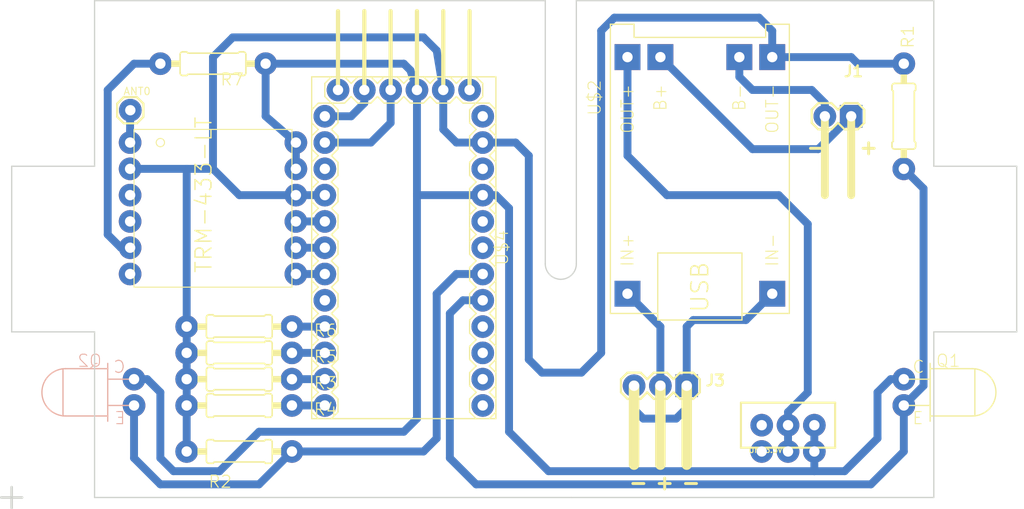
<source format=kicad_pcb>
(kicad_pcb (version 20211014) (generator pcbnew)
  (layers (0 "F.Cu" signal) (1 "In1.Cu" signal) (2 "In2.Cu" signal) (3 "In3.Cu" signal) (4 "In4.Cu" signal) (31 "B.Cu" signal) (34 "B.Paste" user) (35 "F.Paste" user) (36 "B.SilkS" user "B.Silkscreen") (37 "F.SilkS" user "F.Silkscreen") (38 "B.Mask" user) (39 "F.Mask" user) (44 "Edge.Cuts" user))
  (net 0 "")
  (net 1 "GND")
  (net 2 "ANT*")
  (net 3 "3.3V")
  (net 4 "PDN")
  (net 5 "TX")
  (net 6 "DATA")
  (net 7 "N$6")
  (net 8 "N$1")
  (net 9 "N$2")
  (net 10 "N$7")
  (net 11 "VCC")
  (net 12 "N$3")
  (net 13 "N$4")
  (net 14 "N$5")
  (net 15 "N$8")
  (net 16 "N$9")
  (net 17 "RAW")
  (net 18 "N$10")
  (net 19 "N$11")
  (net 20 "N$12")
  (net 21 "N$13")
  (net 22 "N$16")
  (footprint "gate-detector:AXIAL-0207_0.4" (layer "F.Cu") (at 122.50335 124.02635)
    (fp_text reference "R2" (at -3.048 2.921) (layer "F.SilkS") (effects (font (size 1.1557 1.1557) (thickness 0.1143)) (justify left)))
    (fp_text value "2k2")
    (pad "1" thru_hole circle (at -5.08 0) (size 2.1844 2.1844) (drill 1) (layers *.Cu *.Mask) (net 1 "GND"))
    (pad "2" thru_hole circle (at 5.08 0) (size 2.1844 2.1844) (drill 1) (layers *.Cu *.Mask) (net 8 "N$1"))
  )
  (footprint "gate-detector:AXIAL-0207_0.4" (layer "F.Cu") (at 122.50335 111.96135)
    (fp_text reference "R6" (at 7.112 0.381) (layer "F.SilkS") (effects (font (size 1.1557 1.1557) (thickness 0.1143)) (justify left)))
    (fp_text value "2k2")
    (pad "1" thru_hole circle (at -5.08 0) (size 2.1844 2.1844) (drill 1) (layers *.Cu *.Mask) (net 1 "GND"))
    (pad "2" thru_hole circle (at 5.08 0) (size 2.1844 2.1844) (drill 1) (layers *.Cu *.Mask) (net 15 "N$8"))
  )
  (footprint "gate-detector:1X02_RA_PTH_MALE_MILL" (layer "F.Cu") (at 181.55835 91.64135 180)
    (fp_text reference "J1" (at -1.27 4.953 180) (layer "F.SilkS") (effects (font (size 1.0541 1.0541) (thickness 0.2159)) (justify right top)))
    (fp_text value "LiPo Cell")
    (pad "1" thru_hole rect (at 0 0 270) (size 2.1844 2.1844) (drill 1) (layers *.Cu *.Mask) (net 9 "N$2"))
    (pad "2" thru_hole circle (at 2.54 0 270) (size 2.1844 2.1844) (drill 1) (layers *.Cu *.Mask) (net 10 "N$7"))
  )
  (footprint "gate-detector:BATTERY-CHARGER-LI-PROT" (layer "F.Cu") (at 166.95335 96.72135 90)
    (fp_text reference "U$2" (at 5.08 -10.16 90) (layer "F.SilkS") (effects (font (size 1.176528 1.176528) (thickness 0.093472)) (justify left)))
    (fp_text value "BATTERY-CHARGER-LI-PROT")
    (fp_text user "USB" (at -11.43 0 90) (layer "F.SilkS") (effects (font (size 1.63576 1.63576) (thickness 0.14224))))
    (fp_text user "OUT+" (at 8.255 -6.985 90) (layer "F.SilkS") (effects (font (size 1.1684 1.1684) (thickness 0.1016)) (justify right)))
    (fp_text user "B-" (at 8.255 3.81 90) (layer "F.SilkS") (effects (font (size 1.1684 1.1684) (thickness 0.1016)) (justify right)))
    (fp_text user "B+" (at 8.255 -3.81 90) (layer "F.SilkS") (effects (font (size 1.1684 1.1684) (thickness 0.1016)) (justify right)))
    (fp_text user "IN-" (at -9.525 6.985 90) (layer "F.SilkS") (effects (font (size 1.1684 1.1684) (thickness 0.1016)) (justify left)))
    (fp_text user "IN+" (at -9.525 -6.985 90) (layer "F.SilkS") (effects (font (size 1.1684 1.1684) (thickness 0.1016)) (justify left)))
    (fp_text user "OUT-" (at 8.255 6.985 90) (layer "F.SilkS") (effects (font (size 1.1684 1.1684) (thickness 0.1016)) (justify right)))
    (pad "B+" thru_hole rect (at 10.795 -3.81 90) (size 2.5 2.5) (drill 1) (layers *.Cu *.Mask) (net 9 "N$2"))
    (pad "B-" thru_hole rect (at 10.795 3.81 90) (size 2.5 2.5) (drill 1) (layers *.Cu *.Mask) (net 10 "N$7"))
    (pad "IN+" thru_hole rect (at -12.065 -6.985 90) (size 2.5 2.5) (drill 1) (layers *.Cu *.Mask) (net 18 "N$10"))
    (pad "IN-" thru_hole rect (at -12.065 6.985 90) (size 2.5 2.5) (drill 1) (layers *.Cu *.Mask) (net 19 "N$11"))
    (pad "OUT+" thru_hole rect (at 10.795 -6.985 90) (size 2.5 2.5) (drill 1) (layers *.Cu *.Mask) (net 3 "3.3V"))
    (pad "OUT-" thru_hole rect (at 10.795 6.985 90) (size 2.5 2.5) (drill 1) (layers *.Cu *.Mask) (net 1 "GND"))
  )
  (footprint "gate-detector:ARDUINO-PRO-MINI-PROG" (layer "F.Cu") (at 138.37835 100.53135 -90)
    (fp_text reference "U$4" (at 3.81 -10.16 -90) (layer "F.SilkS") (effects (font (size 1.1684 1.1684) (thickness 0.1016)) (justify bottom)))
    (fp_text value "ARDUINO-PRO-MINI-PROG")
    (pad "A0" thru_hole circle (at 8.89 -7.62 270) (size 2.1844 2.1844) (drill 1) (layers *.Cu *.Mask) (net 7 "N$6"))
    (pad "A1" thru_hole circle (at 6.35 -7.62 270) (size 2.1844 2.1844) (drill 1) (layers *.Cu *.Mask) (net 8 "N$1"))
    (pad "A2" thru_hole circle (at 3.81 -7.62 270) (size 2.1844 2.1844) (drill 1) (layers *.Cu *.Mask))
    (pad "A3" thru_hole circle (at 1.27 -7.62 270) (size 2.1844 2.1844) (drill 1) (layers *.Cu *.Mask))
    (pad "D2" thru_hole circle (at 1.27 7.62 270) (size 2.1844 2.1844) (drill 1) (layers *.Cu *.Mask) (net 4 "PDN"))
    (pad "D3" thru_hole circle (at 3.81 7.62 270) (size 2.1844 2.1844) (drill 1) (layers *.Cu *.Mask) (net 5 "TX"))
    (pad "D4" thru_hole circle (at 6.35 7.62 270) (size 2.1844 2.1844) (drill 1) (layers *.Cu *.Mask) (net 6 "DATA"))
    (pad "D5" thru_hole circle (at 8.89 7.62 270) (size 2.1844 2.1844) (drill 1) (layers *.Cu *.Mask))
    (pad "D6" thru_hole circle (at 11.43 7.62 270) (size 2.1844 2.1844) (drill 1) (layers *.Cu *.Mask) (net 15 "N$8"))
    (pad "D7" thru_hole circle (at 13.97 7.62 270) (size 2.1844 2.1844) (drill 1) (layers *.Cu *.Mask) (net 14 "N$5"))
    (pad "D8" thru_hole circle (at 16.51 7.62 270) (size 2.1844 2.1844) (drill 1) (layers *.Cu *.Mask) (net 13 "N$4"))
    (pad "D9" thru_hole circle (at 19.05 7.62 270) (size 2.1844 2.1844) (drill 1) (layers *.Cu *.Mask) (net 12 "N$3"))
    (pad "D10" thru_hole circle (at 19.05 -7.62 270) (size 2.1844 2.1844) (drill 1) (layers *.Cu *.Mask))
    (pad "D11" thru_hole circle (at 16.51 -7.62 270) (size 2.1844 2.1844) (drill 1) (layers *.Cu *.Mask))
    (pad "D12" thru_hole circle (at 13.97 -7.62 270) (size 2.1844 2.1844) (drill 1) (layers *.Cu *.Mask))
    (pad "D13" thru_hole circle (at 11.43 -7.62 270) (size 2.1844 2.1844) (drill 1) (layers *.Cu *.Mask))
    (pad "GND@1" thru_hole circle (at -6.35 -7.62 270) (size 2.1844 2.1844) (drill 1) (layers *.Cu *.Mask) (net 1 "GND"))
    (pad "GND@2" thru_hole circle (at -1.27 7.62 270) (size 2.1844 2.1844) (drill 1) (layers *.Cu *.Mask) (net 1 "GND"))
    (pad "GND@3" thru_hole circle (at -11.43 -3.81 270) (size 2.1844 2.1844) (drill 1) (layers *.Cu *.Mask) (net 1 "GND"))
    (pad "P_CTS" thru_hole circle (at -11.43 -6.35 270) (size 2.1844 2.1844) (drill 1) (layers *.Cu *.Mask))
    (pad "P_DTR" thru_hole circle (at -11.43 6.35 270) (size 2.1844 2.1844) (drill 1) (layers *.Cu *.Mask))
    (pad "RAW" thru_hole circle (at -8.89 -7.62 270) (size 2.1844 2.1844) (drill 1) (layers *.Cu *.Mask) (net 17 "RAW"))
    (pad "RST@1" thru_hole circle (at -3.81 -7.62 270) (size 2.1844 2.1844) (drill 1) (layers *.Cu *.Mask))
    (pad "RST@2" thru_hole circle (at -3.81 7.62 270) (size 2.1844 2.1844) (drill 1) (layers *.Cu *.Mask))
    (pad "RX0@1" thru_hole circle (at -6.35 7.62 270) (size 2.1844 2.1844) (drill 1) (layers *.Cu *.Mask) (net 21 "N$13"))
    (pad "RX1@2" thru_hole circle (at -11.43 1.27 270) (size 2.1844 2.1844) (drill 1) (layers *.Cu *.Mask) (net 21 "N$13"))
    (pad "TX0@2" thru_hole circle (at -11.43 3.81 270) (size 2.1844 2.1844) (drill 1) (layers *.Cu *.Mask) (net 20 "N$12"))
    (pad "TX1@1" thru_hole circle (at -8.89 7.62 270) (size 2.1844 2.1844) (drill 1) (layers *.Cu *.Mask) (net 20 "N$12"))
    (pad "VCC@1" thru_hole circle (at -1.27 -7.62 270) (size 2.1844 2.1844) (drill 1) (layers *.Cu *.Mask) (net 11 "VCC"))
    (pad "VCC@2" thru_hole circle (at -11.43 -1.27 270) (size 2.1844 2.1844) (drill 1) (layers *.Cu *.Mask) (net 11 "VCC"))
  )
  (footprint "gate-detector:1X01" (layer "F.Cu") (at 111.98335 91.05635)
    (fp_text reference "ANT0" (at -0.7112 -1.8288) (layer "F.SilkS") (effects (font (size 0.720872 0.720872) (thickness 0.091928)) (justify left)))
    (fp_text value "M01PTH" hide)
    (pad "1" thru_hole circle (at 0 0 90) (size 2.1844 2.1844) (drill 1) (layers *.Cu *.Mask) (net 2 "ANT*"))
  )
  (footprint "gate-detector:AXIAL-0207_0.4" (layer "F.Cu") (at 122.50335 114.50135)
    (fp_text reference "R5" (at 7.112 0.381) (layer "F.SilkS") (effects (font (size 1.1557 1.1557) (thickness 0.1143)) (justify left)))
    (fp_text value "2k2")
    (pad "1" thru_hole circle (at -5.08 0) (size 2.1844 2.1844) (drill 1) (layers *.Cu *.Mask) (net 1 "GND"))
    (pad "2" thru_hole circle (at 5.08 0) (size 2.1844 2.1844) (drill 1) (layers *.Cu *.Mask) (net 14 "N$5"))
  )
  (footprint "gate-detector:AXIAL-0207_0.4" (layer "F.Cu") (at 119.96335 86.56135 180)
    (fp_text reference "R7" (at -3.048 -1.524) (layer "F.SilkS") (effects (font (size 1.1557 1.1557) (thickness 0.1143)) (justify right)))
    (fp_text value "1M0")
    (pad "1" thru_hole circle (at -5.08 0 180) (size 2.1844 2.1844) (drill 1) (layers *.Cu *.Mask) (net 11 "VCC"))
    (pad "2" thru_hole circle (at 5.08 0 180) (size 2.1844 2.1844) (drill 1) (layers *.Cu *.Mask) (net 16 "N$9"))
  )
  (footprint "gate-detector:1X03_RA_PTH_MILL" (layer "F.Cu") (at 165.68335 117.67635 180)
    (fp_text reference "J3" (at -3.81 0.508) (layer "F.SilkS") (effects (font (size 1.0668 1.0668) (thickness 0.2032)) (justify right)))
    (fp_text value "5V charge")
    (pad "1" thru_hole rect (at 0 0 270) (size 2.1844 2.1844) (drill 1) (layers *.Cu *.Mask) (net 19 "N$11"))
    (pad "2" thru_hole circle (at 2.54 0 270) (size 2.1844 2.1844) (drill 1) (layers *.Cu *.Mask) (net 18 "N$10"))
    (pad "3" thru_hole circle (at 5.08 0 270) (size 2.1844 2.1844) (drill 1) (layers *.Cu *.Mask) (net 19 "N$11"))
  )
  (footprint "gate-detector:PHOTOTRANSISTOR-TO5-SIDE" (layer "F.Cu") (at 186.63835 118.31135)
    (fp_text reference "Q1" (at 3.048 -3.048) (layer "F.SilkS") (effects (font (size 1.176528 1.176528) (thickness 0.093472)) (justify left)))
    (fp_text value "TEPT5600")
    (fp_text user "E" (at 0.762 3.175) (layer "F.SilkS") (effects (font (size 1.1684 1.1684) (thickness 0.1016)) (justify left bottom)))
    (fp_text user "C" (at 0.762 -1.778) (layer "F.SilkS") (effects (font (size 1.1684 1.1684) (thickness 0.1016)) (justify left bottom)))
    (pad "C" thru_hole circle (at 0 -1.27) (size 2.1844 2.1844) (drill 1) (layers *.Cu *.Mask) (net 11 "VCC"))
    (pad "E" thru_hole circle (at 0 1.27) (size 2.1844 2.1844) (drill 1) (layers *.Cu *.Mask) (net 7 "N$6"))
  )
  (footprint "gate-detector:SWITCH_SPDT_PTH_11.6X4.0MM_KIT" (layer "F.Cu") (at 175.46335 121.48635 90)
    (fp_text reference "UNK3.3V0" (at -2.413 0) (layer "F.SilkS") (effects (font (size 0.512064 0.512064) (thickness 0.097536)) (justify right)))
    (fp_text value "")
    (pad "1" thru_hole circle (at 0 -2.54 90) (size 2.1844 2.1844) (drill 1) (layers *.Cu))
    (pad "2" thru_hole circle (at 0 0 90) (size 2.1844 2.1844) (drill 1) (layers *.Cu) (net 3 "3.3V"))
    (pad "3" thru_hole circle (at 0 2.54 90) (size 2.1844 2.1844) (drill 1) (layers *.Cu) (net 11 "VCC"))
  )
  (footprint "gate-detector:AXIAL-0207_0.4" (layer "F.Cu") (at 122.50335 117.04135)
    (fp_text reference "R3" (at 7.112 0.381) (layer "F.SilkS") (effects (font (size 1.1557 1.1557) (thickness 0.1143)) (justify left)))
    (fp_text value "2k2")
    (pad "1" thru_hole circle (at -5.08 0) (size 2.1844 2.1844) (drill 1) (layers *.Cu *.Mask) (net 1 "GND"))
    (pad "2" thru_hole circle (at 5.08 0) (size 2.1844 2.1844) (drill 1) (layers *.Cu *.Mask) (net 13 "N$4"))
  )
  (footprint "gate-detector:AXIAL-0207_0.4" (layer "F.Cu") (at 122.50335 119.58135)
    (fp_text reference "R4" (at 7.112 0.381) (layer "F.SilkS") (effects (font (size 1.1557 1.1557) (thickness 0.1143)) (justify left)))
    (fp_text value "2k2")
    (pad "1" thru_hole circle (at -5.08 0) (size 2.1844 2.1844) (drill 1) (layers *.Cu *.Mask) (net 1 "GND"))
    (pad "2" thru_hole circle (at 5.08 0) (size 2.1844 2.1844) (drill 1) (layers *.Cu *.Mask) (net 12 "N$3"))
  )
  (footprint "gate-detector:AXIAL-0207_0.4" (layer "F.Cu") (at 186.63835 91.64135 -90)
    (fp_text reference "R1" (at -6.477 -0.381 90) (layer "F.SilkS") (effects (font (size 1.1557 1.1557) (thickness 0.1143)) (justify left)))
    (fp_text value "2k2")
    (pad "1" thru_hole circle (at -5.08 0 270) (size 2.1844 2.1844) (drill 1) (layers *.Cu *.Mask) (net 1 "GND"))
    (pad "2" thru_hole circle (at 5.08 0 270) (size 2.1844 2.1844) (drill 1) (layers *.Cu *.Mask) (net 7 "N$6"))
  )
  (footprint "gate-detector:LINX-TRM-433-LT" (layer "F.Cu") (at 119.96335 101.80135)
    (fp_text reference "U$1" hide)
    (fp_text value "TRM-433-LT" hide)
    (fp_text user "TRM-433-LT" (at 0 5.08 90) (layer "F.SilkS") (effects (font (size 1.542288 1.542288) (thickness 0.134112)) (justify left bottom)))
    (pad "ANALOG" thru_hole circle (at -8 5.08) (size 2.1844 2.1844) (drill 1) (layers *.Cu *.Mask))
    (pad "ANT" thru_hole circle (at -8 -7.62) (size 2.1844 2.1844) (drill 1) (layers *.Cu *.Mask) (net 2 "ANT*"))
    (pad "AREF" thru_hole circle (at -8 2.54) (size 2.1844 2.1844) (drill 1) (layers *.Cu *.Mask) (net 16 "N$9"))
    (pad "DATA" thru_hole circle (at 8 5.08) (size 2.1844 2.1844) (drill 1) (layers *.Cu *.Mask) (net 6 "DATA"))
    (pad "GND" thru_hole circle (at -8 -5.08) (size 2.1844 2.1844) (drill 1) (layers *.Cu *.Mask) (net 1 "GND"))
    (pad "GND@1" thru_hole circle (at -8 -2.54) (size 2.1844 2.1844) (drill 1) (layers *.Cu *.Mask))
    (pad "GND@2" thru_hole circle (at 8 -2.54) (size 2.1844 2.1844) (drill 1) (layers *.Cu *.Mask) (net 1 "GND"))
    (pad "LADJ" thru_hole circle (at 8 -7.62) (size 2.1844 2.1844) (drill 1) (layers *.Cu *.Mask) (net 11 "VCC"))
    (pad "PDN" thru_hole circle (at 8 0) (size 2.1844 2.1844) (drill 1) (layers *.Cu *.Mask) (net 4 "PDN"))
    (pad "RSSI" thru_hole circle (at -8 0) (size 2.1844 2.1844) (drill 1) (layers *.Cu *.Mask))
    (pad "T/~R" thru_hole circle (at 8 2.54) (size 2.1844 2.1844) (drill 1) (layers *.Cu *.Mask) (net 5 "TX"))
    (pad "VCC" thru_hole circle (at 8 -5.08) (size 2.1844 2.1844) (drill 1) (layers *.Cu *.Mask) (net 11 "VCC"))
  )
  (footprint "gate-detector:PHOTOTRANSISTOR-TO5-SIDE" (layer "B.Cu") (at 112.34335 118.31135 180)
    (fp_text reference "Q2" (at 3.048 3.048) (layer "B.SilkS") (effects (font (size 1.176528 1.176528) (thickness 0.093472)) (justify left mirror)))
    (fp_text value "TEPT5600")
    (fp_text user "C" (at 0.762 1.778) (layer "B.SilkS") (effects (font (size 1.1684 1.1684) (thickness 0.1016)) (justify left bottom mirror)))
    (fp_text user "E" (at 0.762 -3.175) (layer "B.SilkS") (effects (font (size 1.1684 1.1684) (thickness 0.1016)) (justify left bottom mirror)))
    (pad "C" thru_hole circle (at 0 1.27 180) (size 2.1844 2.1844) (drill 1) (layers *.Cu *.Mask) (net 11 "VCC"))
    (pad "E" thru_hole circle (at 0 -1.27 180) (size 2.1844 2.1844) (drill 1) (layers *.Cu *.Mask) (net 8 "N$1"))
  )
  (gr_line (start 155.03335 80.47135) (end 189.53335 80.47135) (layer "Edge.Cuts") (width 0.125))
  (gr_line (start 189.53335 96.47135) (end 197.53335 96.47135) (layer "Edge.Cuts") (width 0.125))
  (gr_arc (start 155.03335 105.89135) (mid 154.59401 106.95201) (end 153.53335 107.39135) (layer "Edge.Cuts") (width 0.125))
  (gr_line (start 108.53335 80.47135) (end 108.53335 96.47135) (layer "Edge.Cuts") (width 0.125))
  (gr_line (start 99.53335 128.47135) (end 101.53335 128.47135) (layer "Edge.Cuts") (width 0.254))
  (gr_line (start 152.03335 80.47135) (end 152.03335 105.89135) (layer "Edge.Cuts") (width 0.125))
  (gr_line (start 100.53335 112.47135) (end 108.53335 112.47135) (layer "Edge.Cuts") (width 0.125))
  (gr_line (start 197.53335 112.47135) (end 189.53335 112.47135) (layer "Edge.Cuts") (width 0.125))
  (gr_line (start 197.53335 96.47135) (end 197.53335 112.47135) (layer "Edge.Cuts") (width 0.125))
  (gr_line (start 100.53335 127.47135) (end 100.53335 129.47135) (layer "Edge.Cuts") (width 0.254))
  (gr_line (start 155.03335 80.47135) (end 155.03335 105.89135) (layer "Edge.Cuts") (width 0.125))
  (gr_line (start 108.53335 96.47135) (end 100.53335 96.47135) (layer "Edge.Cuts") (width 0.125))
  (gr_arc (start 153.53335 107.39135) (mid 152.47269 106.95201) (end 152.03335 105.89135) (layer "Edge.Cuts") (width 0.125))
  (gr_line (start 152.03335 80.47135) (end 108.53335 80.47135) (layer "Edge.Cuts") (width 0.125))
  (gr_line (start 189.53335 128.47135) (end 189.53335 112.47135) (layer "Edge.Cuts") (width 0.125))
  (gr_line (start 189.51335 128.47135) (end 154.54335 128.47135) (layer "Edge.Cuts") (width 0.125))
  (gr_line (start 189.53335 80.47135) (end 189.53335 96.47135) (layer "Edge.Cuts") (width 0.125))
  (gr_line (start 108.53335 128.47135) (end 154.53335 128.47135) (layer "Edge.Cuts") (width 0.125))
  (gr_line (start 100.53335 96.47135) (end 100.53335 112.47135) (layer "Edge.Cuts") (width 0.125))
  (gr_line (start 108.53335 112.47135) (end 108.53335 128.47135) (layer "Edge.Cuts") (width 0.125))
  (gr_text "+" (at 182.19335 95.45135) (layer "F.SilkS") (effects (font (size 1.391412 1.391412) (thickness 0.284988)) (justify left bottom)))
  (gr_text "+" (at 162.50835 127.83635) (layer "F.SilkS") (effects (font (size 1.391412 1.391412) (thickness 0.284988)) (justify left bottom)))
  (gr_text "-" (at 159.96835 127.83635) (layer "F.SilkS") (effects (font (size 1.391412 1.391412) (thickness 0.284988)) (justify left bottom)))
  (gr_text "-" (at 165.04835 127.83635) (layer "F.SilkS") (effects (font (size 1.391412 1.391412) (thickness 0.284988)) (justify left bottom)))
  (gr_text "-" (at 177.11335 95.45135) (layer "F.SilkS") (effects (font (size 1.391412 1.391412) (thickness 0.284988)) (justify left bottom)))
  (segment (start 117.42335 114.50135) (end 117.42335 111.96135) (width 0.762) (layer "B.Cu") (net 1))
  (segment (start 158.69835 82.11635) (end 157.42835 83.38635) (width 0.762) (layer "B.Cu") (net 1))
  (segment (start 121.86835 84.02135) (end 119.96335 85.92635) (width 0.762) (layer "B.Cu") (net 1))
  (segment (start 130.75835 99.26135) (end 127.96335 99.26135) (width 0.762) (layer "B.Cu") (net 1))
  (segment (start 117.42335 96.72135) (end 111.96335 96.72135) (width 0.762) (layer "B.Cu") (net 1))
  (segment (start 150.44335 115.13635) (end 151.71335 116.40635) (width 0.762) (layer "B.Cu") (net 1))
  (segment (start 182.19335 86.56135) (end 186.63835 86.56135) (width 0.762) (layer "B.Cu") (net 1))
  (segment (start 117.42335 96.72135) (end 117.42335 111.96135) (width 0.762) (layer "B.Cu") (net 1))
  (segment (start 141.55335 85.29135) (end 140.28335 84.02135) (width 0.762) (layer "B.Cu") (net 1))
  (segment (start 117.42335 124.02635) (end 117.42335 119.58135) (width 0.762) (layer "B.Cu") (net 1))
  (segment (start 151.71335 116.40635) (end 155.52335 116.40635) (width 0.762) (layer "B.Cu") (net 1))
  (segment (start 143.45835 94.18135) (end 142.18835 92.91135) (width 0.762) (layer "B.Cu") (net 1))
  (segment (start 149.17335 94.18135) (end 145.99835 94.18135) (width 0.762) (layer "B.Cu") (net 1))
  (segment (start 117.42335 117.04135) (end 117.42335 114.50135) (width 0.762) (layer "B.Cu") (net 1))
  (segment (start 117.42335 119.58135) (end 117.42335 117.04135) (width 0.762) (layer "B.Cu") (net 1))
  (segment (start 157.42835 83.38635) (end 157.42835 114.50135) (width 0.762) (layer "B.Cu") (net 1))
  (segment (start 186.82835 86.56135) (end 186.63835 86.56135) (width 0.762) (layer "B.Cu") (net 1))
  (segment (start 140.28335 84.02135) (end 121.86835 84.02135) (width 0.762) (layer "B.Cu") (net 1))
  (segment (start 145.99835 94.18135) (end 143.45835 94.18135) (width 0.762) (layer "B.Cu") (net 1))
  (segment (start 173.93835 85.92635) (end 173.93835 83.38635) (width 0.762) (layer "B.Cu") (net 1))
  (segment (start 173.93835 83.38635) (end 172.66835 82.11635) (width 0.762) (layer "B.Cu") (net 1))
  (segment (start 141.55335 85.29135) (end 142.18835 89.10135) (width 0.762) (layer "B.Cu") (net 1))
  (segment (start 173.93835 85.92635) (end 181.55835 85.92635) (width 0.762) (layer "B.Cu") (net 1))
  (segment (start 181.55835 85.92635) (end 182.19335 86.56135) (width 0.762) (layer "B.Cu") (net 1))
  (segment (start 119.96335 96.72135) (end 117.42335 96.72135) (width 0.762) (layer "B.Cu") (net 1))
  (segment (start 149.17335 94.18135) (end 150.44335 95.45135) (width 0.762) (layer "B.Cu") (net 1))
  (segment (start 150.44335 95.45135) (end 150.44335 115.13635) (width 0.762) (layer "B.Cu") (net 1))
  (segment (start 172.66835 82.11635) (end 158.69835 82.11635) (width 0.762) (layer "B.Cu") (net 1))
  (segment (start 155.52335 116.40635) (end 157.42835 114.50135) (width 0.762) (layer "B.Cu") (net 1))
  (segment (start 122.50335 99.26135) (end 119.96335 96.72135) (width 0.762) (layer "B.Cu") (net 1))
  (segment (start 127.96335 99.26135) (end 122.50335 99.26135) (width 0.762) (layer "B.Cu") (net 1))
  (segment (start 119.96335 85.92635) (end 119.96335 96.72135) (width 0.762) (layer "B.Cu") (net 1))
  (segment (start 142.18835 92.91135) (end 142.18835 89.10135) (width 0.762) (layer "B.Cu") (net 1))
  (segment (start 111.96335 94.18135) (end 111.94335 94.06635) (width 0.762) (layer "B.Cu") (net 2))
  (segment (start 111.94335 94.06635) (end 111.98335 91.05635) (width 0.762) (layer "B.Cu") (net 2))
  (via (at 175.46335 124.02635) (size 2.1844) (drill 1) (layers "F.Cu" "B.Cu") (net 3))
  (segment (start 176.92335 101.61135) (end 177.11335 101.80135) (width 0.762) (layer "B.Cu") (net 3))
  (segment (start 174.57335 99.26135) (end 163.77835 99.26135) (width 0.762) (layer "B.Cu") (net 3))
  (segment (start 175.46335 121.48635) (end 175.46335 124.02635) (width 0.762) (layer "B.Cu") (net 3))
  (segment (start 163.77835 99.26135) (end 159.96835 95.45135) (width 0.762) (layer "B.Cu") (net 3))
  (segment (start 175.46335 121.48635) (end 175.46335 120.21635) (width 0.762) (layer "B.Cu") (net 3))
  (segment (start 177.36835 102.05635) (end 177.11335 101.80135) (width 0.762) (layer "B.Cu") (net 3))
  (segment (start 174.57335 99.26135) (end 176.92335 101.61135) (width 0.762) (layer "B.Cu") (net 3))
  (segment (start 177.36835 118.31135) (end 177.36835 102.05635) (width 0.762) (layer "B.Cu") (net 3))
  (segment (start 175.46335 120.21635) (end 177.36835 118.31135) (width 0.762) (layer "B.Cu") (net 3))
  (segment (start 159.96835 85.92635) (end 159.96835 95.45135) (width 0.762) (layer "B.Cu") (net 3))
  (segment (start 130.75835 101.80135) (end 127.96335 101.80135) (width 0.762) (layer "B.Cu") (net 4))
  (segment (start 130.75835 104.34135) (end 127.96335 104.34135) (width 0.762) (layer "B.Cu") (net 5))
  (segment (start 130.75835 106.88135) (end 127.96335 106.88135) (width 0.762) (layer "B.Cu") (net 6))
  (segment (start 145.99835 109.42135) (end 144.09335 109.42135) (width 0.762) (layer "B.Cu") (net 7))
  (segment (start 186.63835 124.02635) (end 186.63835 119.58135) (width 0.762) (layer "B.Cu") (net 7))
  (segment (start 186.63835 124.02635) (end 183.46335 127.20135) (width 0.762) (layer "B.Cu") (net 7))
  (segment (start 188.54335 98.62635) (end 186.63835 96.72135) (width 0.762) (layer "B.Cu") (net 7))
  (segment (start 183.46335 127.20135) (end 145.36335 127.20135) (width 0.762) (layer "B.Cu") (net 7))
  (segment (start 145.36335 127.20135) (end 142.82335 124.66135) (width 0.762) (layer "B.Cu") (net 7))
  (segment (start 144.09335 109.42135) (end 142.82335 110.69135) (width 0.762) (layer "B.Cu") (net 7))
  (segment (start 142.82335 124.66135) (end 142.82335 110.69135) (width 0.762) (layer "B.Cu") (net 7))
  (segment (start 186.63835 119.58135) (end 188.54335 117.67635) (width 0.762) (layer "B.Cu") (net 7))
  (segment (start 188.54335 117.67635) (end 188.54335 98.62635) (width 0.762) (layer "B.Cu") (net 7))
  (segment (start 127.58335 124.02635) (end 140.28335 124.02635) (width 0.762) (layer "B.Cu") (net 8))
  (segment (start 124.40835 127.20135) (end 127.58335 124.02635) (width 0.762) (layer "B.Cu") (net 8))
  (segment (start 143.45835 106.88135) (end 145.99835 106.88135) (width 0.762) (layer "B.Cu") (net 8))
  (segment (start 140.28335 124.02635) (end 141.55335 122.75635) (width 0.762) (layer "B.Cu") (net 8))
  (segment (start 141.55335 122.75635) (end 141.55335 108.78635) (width 0.762) (layer "B.Cu") (net 8))
  (segment (start 141.55335 108.78635) (end 143.45835 106.88135) (width 0.762) (layer "B.Cu") (net 8))
  (segment (start 112.34335 119.58135) (end 112.34335 124.66135) (width 0.762) (layer "B.Cu") (net 8))
  (segment (start 112.34335 124.66135) (end 114.88335 127.20135) (width 0.762) (layer "B.Cu") (net 8))
  (segment (start 114.88335 127.20135) (end 124.40835 127.20135) (width 0.762) (layer "B.Cu") (net 8))
  (segment (start 172.03335 94.81635) (end 178.38335 94.81635) (width 0.762) (layer "B.Cu") (net 9))
  (segment (start 172.03335 94.81635) (end 163.14335 85.92635) (width 0.762) (layer "B.Cu") (net 9))
  (segment (start 178.38335 94.81635) (end 181.55835 91.64135) (width 0.762) (layer "B.Cu") (net 9))
  (segment (start 172.03335 89.10135) (end 177.74835 89.10135) (width 0.762) (layer "B.Cu") (net 10))
  (segment (start 179.01835 90.37135) (end 179.01835 91.64135) (width 0.762) (layer "B.Cu") (net 10))
  (segment (start 170.76335 87.83135) (end 172.03335 89.10135) (width 0.762) (layer "B.Cu") (net 10))
  (segment (start 170.76335 85.92635) (end 170.76335 87.83135) (width 0.762) (layer "B.Cu") (net 10))
  (segment (start 177.74835 89.10135) (end 179.01835 90.37135) (width 0.762) (layer "B.Cu") (net 10))
  (via (at 178.00335 124.02635) (size 2.1844) (drill 1) (layers "F.Cu" "B.Cu") (net 11))
  (segment (start 125.04335 91.64135) (end 127.96335 94.18135) (width 0.762) (layer "B.Cu") (net 11))
  (segment (start 127.96335 94.18135) (end 127.96335 96.72135) (width 0.762) (layer "B.Cu") (net 11))
  (segment (start 145.99835 99.26135) (end 147.26835 99.26135) (width 0.762) (layer "B.Cu") (net 11))
  (segment (start 152.34835 125.93135) (end 148.53835 122.12135) (width 0.762) (layer "B.Cu") (net 11))
  (segment (start 180.92335 125.93135) (end 178.00335 125.93135) (width 0.762) (layer "B.Cu") (net 11))
  (segment (start 125.04335 86.56135) (end 138.37835 86.56135) (width 0.762) (layer "B.Cu") (net 11))
  (segment (start 113.61335 117.04135) (end 114.88335 118.31135) (width 0.762) (layer "B.Cu") (net 11))
  (segment (start 139.64835 89.10135) (end 139.64835 99.26135) (width 0.762) (layer "B.Cu") (net 11))
  (segment (start 145.99835 99.26135) (end 139.64835 99.26135) (width 0.762) (layer "B.Cu") (net 11))
  (segment (start 138.37835 122.12135) (end 139.64835 120.85135) (width 0.762) (layer "B.Cu") (net 11))
  (segment (start 112.34335 117.04135) (end 113.61335 117.04135) (width 0.762) (layer "B.Cu") (net 11))
  (segment (start 185.36835 117.04135) (end 186.63835 117.04135) (width 0.762) (layer "B.Cu") (net 11))
  (segment (start 148.53835 100.53135) (end 148.53835 122.12135) (width 0.762) (layer "B.Cu") (net 11))
  (segment (start 178.00335 124.02635) (end 178.00335 125.93135) (width 0.762) (layer "B.Cu") (net 11))
  (segment (start 184.09835 122.75635) (end 184.09835 118.31135) (width 0.762) (layer "B.Cu") (net 11))
  (segment (start 139.01335 87.19635) (end 139.64835 89.10135) (width 0.762) (layer "B.Cu") (net 11))
  (segment (start 178.00335 125.93135) (end 152.34835 125.93135) (width 0.762) (layer "B.Cu") (net 11))
  (segment (start 147.26835 99.26135) (end 148.53835 100.53135) (width 0.762) (layer "B.Cu") (net 11))
  (segment (start 184.09835 118.31135) (end 185.36835 117.04135) (width 0.762) (layer "B.Cu") (net 11))
  (segment (start 139.64835 120.85135) (end 139.64835 99.26135) (width 0.762) (layer "B.Cu") (net 11))
  (segment (start 114.88335 118.31135) (end 114.88335 124.66135) (width 0.762) (layer "B.Cu") (net 11))
  (segment (start 178.00335 121.48635) (end 178.00335 124.02635) (width 0.762) (layer "B.Cu") (net 11))
  (segment (start 125.04335 86.56135) (end 125.04335 91.64135) (width 0.762) (layer "B.Cu") (net 11))
  (segment (start 139.01335 87.19635) (end 138.37835 86.56135) (width 0.762) (layer "B.Cu") (net 11))
  (segment (start 116.15335 125.93135) (end 120.59835 125.93135) (width 0.762) (layer "B.Cu") (net 11))
  (segment (start 184.09835 122.75635) (end 180.92335 125.93135) (width 0.762) (layer "B.Cu") (net 11))
  (segment (start 114.88335 124.66135) (end 116.15335 125.93135) (width 0.762) (layer "B.Cu") (net 11))
  (segment (start 120.59835 125.93135) (end 124.40835 122.12135) (width 0.762) (layer "B.Cu") (net 11))
  (segment (start 124.40835 122.12135) (end 138.37835 122.12135) (width 0.762) (layer "B.Cu") (net 11))
  (segment (start 127.58335 119.58135) (end 130.75835 119.58135) (width 0.762) (layer "B.Cu") (net 12))
  (segment (start 127.58335 117.04135) (end 130.75835 117.04135) (width 0.762) (layer "B.Cu") (net 13))
  (segment (start 127.58335 114.50135) (end 130.75835 114.50135) (width 0.762) (layer "B.Cu") (net 14))
  (segment (start 127.58335 111.96135) (end 130.75835 111.96135) (width 0.762) (layer "B.Cu") (net 15))
  (segment (start 109.80335 89.10135) (end 112.34335 86.56135) (width 0.762) (layer "B.Cu") (net 16))
  (segment (start 111.96335 104.34135) (end 111.07335 104.34135) (width 0.762) (layer "B.Cu") (net 16))
  (segment (start 109.80335 103.07135) (end 109.80335 89.10135) (width 0.762) (layer "B.Cu") (net 16))
  (segment (start 112.34335 86.56135) (end 114.88335 86.56135) (width 0.762) (layer "B.Cu") (net 16))
  (segment (start 111.07335 104.34135) (end 109.80335 103.07135) (width 0.762) (layer "B.Cu") (net 16))
  (segment (start 163.14335 111.96135) (end 159.96835 108.78635) (width 0.762) (layer "B.Cu") (net 18))
  (segment (start 163.14335 117.67635) (end 163.14335 111.96135) (width 0.762) (layer "B.Cu") (net 18))
  (segment (start 160.60335 119.96135) (end 161.49335 120.85135) (width 0.762) (layer "B.Cu") (net 19))
  (segment (start 165.68335 117.67635) (end 165.68335 119.83635) (width 0.762) (layer "B.Cu") (net 19))
  (segment (start 165.68335 111.96135) (end 165.68335 117.67635) (width 0.762) (layer "B.Cu") (net 19))
  (segment (start 171.39835 111.32635) (end 166.31835 111.32635) (width 0.762) (layer "B.Cu") (net 19))
  (segment (start 166.31835 111.32635) (end 165.68335 111.96135) (width 0.762) (layer "B.Cu") (net 19))
  (segment (start 161.49335 120.85135) (end 164.66835 120.85135) (width 0.762) (layer "B.Cu") (net 19))
  (segment (start 164.66835 120.85135) (end 165.68335 119.83635) (width 0.762) (layer "B.Cu") (net 19))
  (segment (start 160.60335 117.67635) (end 160.60335 119.96135) (width 0.762) (layer "B.Cu") (net 19))
  (segment (start 173.93835 108.78635) (end 171.39835 111.32635) (width 0.762) (layer "B.Cu") (net 19))
  (segment (start 133.29835 91.64135) (end 134.56835 90.37135) (width 0.762) (layer "B.Cu") (net 20))
  (segment (start 134.56835 90.37135) (end 134.56835 89.10135) (width 0.762) (layer "B.Cu") (net 20))
  (segment (start 130.75835 91.64135) (end 133.29835 91.64135) (width 0.762) (layer "B.Cu") (net 20))
  (segment (start 137.10835 92.27635) (end 137.10835 89.10135) (width 0.762) (layer "B.Cu") (net 21))
  (segment (start 135.20335 94.18135) (end 137.10835 92.27635) (width 0.762) (layer "B.Cu") (net 21))
  (segment (start 130.75835 94.18135) (end 135.20335 94.18135) (width 0.762) (layer "B.Cu") (net 21))
  (via (at 172.92335 124.02635) (size 2.1844) (drill 1) (layers "F.Cu" "B.Cu") (net 22))
)
</source>
